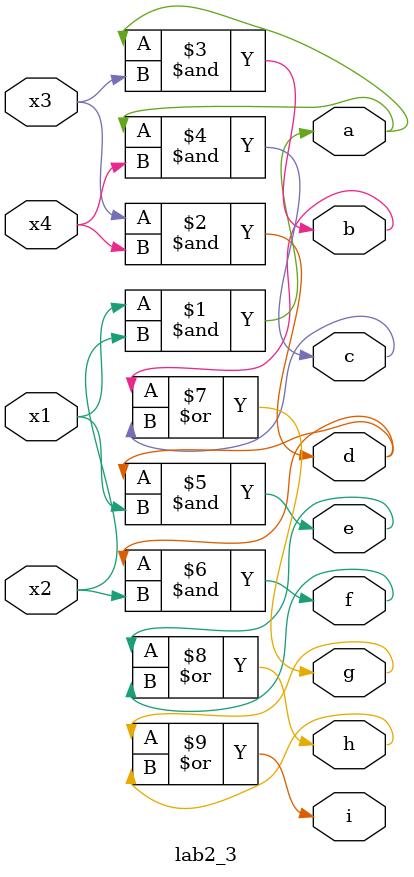
<source format=v>
module lab2_3(x1,x2,x3,x4,a,b,c,d,e,f,g,h,i);
input x1,x2,x3,x4;
output a,b,c,d,e,f,g,h,i;
and(a,x1,x2);
and(d,x3,x4);and(b,a,x3);
and(c,a,x4);
and(e,d,x1);and(f,d,x2);
or(g,b,c);or(h,e,f);
or(i,g,h);


endmodule


</source>
